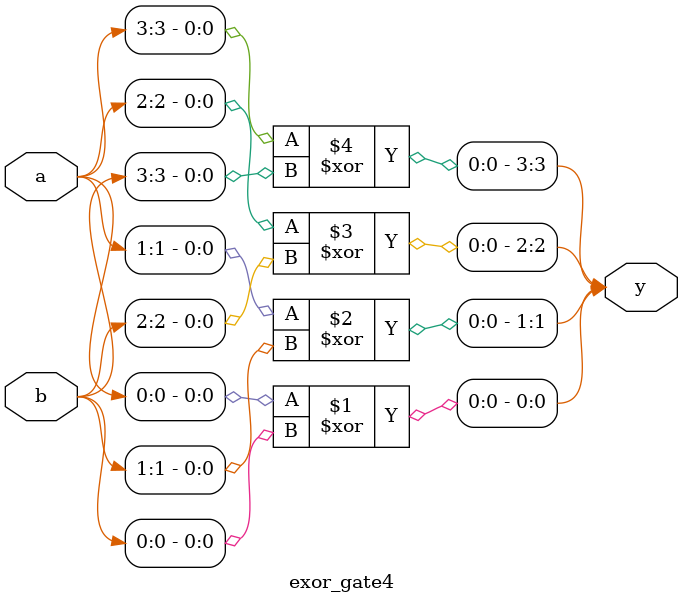
<source format=v>
module exor_gate4
(
	input [3:0] a, b,
	output [3:0] y
);

	xor x0(y[0], a[0], b[0]);
	xor x1(y[1], a[1], b[1]);
	xor x2(y[2], a[2], b[2]);
	xor x3(y[3], a[3], b[3]);

endmodule

</source>
